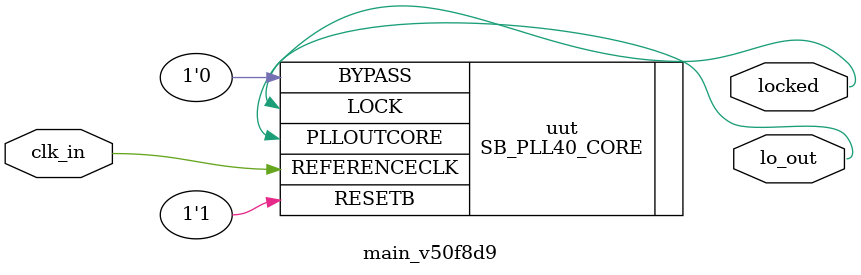
<source format=v>

`default_nettype none

module main (
 input vcfb121,
 output vb4d4a0,
 output [0:4] vinit
);
 wire w0;
 wire w1;
 wire w2;
 wire w3;
 wire w4;
 assign w0 = vcfb121;
 assign w2 = vcfb121;
 assign vb4d4a0 = w4;
 assign w2 = w0;
 v7ebc90 va0a00e (
  .v0e28cb(w1),
  .v3ca442(w3),
  .vcbab45(w4)
 );
 main_v7b37bf v7b37bf (
  .clk_in(w2),
  .sdr_out(w3)
 );
 main_v50f8d9 v50f8d9 (
  .clk_in(w0),
  .lo_out(w1)
 );
 assign vinit = 5'b00000;
endmodule

module v7ebc90 (
 input v0e28cb,
 input v3ca442,
 output vcbab45
);
 wire w0;
 wire w1;
 wire w2;
 assign w0 = v0e28cb;
 assign w1 = v3ca442;
 assign vcbab45 = w2;
 v7ebc90_vf4938a vf4938a (
  .a(w0),
  .b(w1),
  .c(w2)
 );
endmodule

module v7ebc90_vf4938a (
 input a,
 input b,
 output c
);
 // AND logic gate
 
 assign c = a & b;
endmodule

module main_v7b37bf (
 input clk_in,
 output sdr_out
);
 
     reg [7:0] sine_mags [1023:0];
     reg [15:0] counter=16'h0000;
     reg [0:31] msg = 32'b10101010111111110000000001010101;
     reg [15:0] fsk_baud_counter=16'd00000;
     initial begin
 sine_mags[0] = 8'h80;
 sine_mags[1] = 8'h80;
 sine_mags[2] = 8'h81;
 sine_mags[3] = 8'h82;
 sine_mags[4] = 8'h83;
 sine_mags[5] = 8'h83;
 sine_mags[6] = 8'h84;
 sine_mags[7] = 8'h85;
 sine_mags[8] = 8'h86;
 sine_mags[9] = 8'h87;
 sine_mags[10] = 8'h87;
 sine_mags[11] = 8'h88;
 sine_mags[12] = 8'h89;
 sine_mags[13] = 8'h8A;
 sine_mags[14] = 8'h8A;
 sine_mags[15] = 8'h8B;
 sine_mags[16] = 8'h8C;
 sine_mags[17] = 8'h8D;
 sine_mags[18] = 8'h8E;
 sine_mags[19] = 8'h8E;
 sine_mags[20] = 8'h8F;
 sine_mags[21] = 8'h90;
 sine_mags[22] = 8'h91;
 sine_mags[23] = 8'h91;
 sine_mags[24] = 8'h92;
 sine_mags[25] = 8'h93;
 sine_mags[26] = 8'h94;
 sine_mags[27] = 8'h95;
 sine_mags[28] = 8'h95;
 sine_mags[29] = 8'h96;
 sine_mags[30] = 8'h97;
 sine_mags[31] = 8'h98;
 sine_mags[32] = 8'h98;
 sine_mags[33] = 8'h99;
 sine_mags[34] = 8'h9A;
 sine_mags[35] = 8'h9B;
 sine_mags[36] = 8'h9B;
 sine_mags[37] = 8'h9C;
 sine_mags[38] = 8'h9D;
 sine_mags[39] = 8'h9E;
 sine_mags[40] = 8'h9F;
 sine_mags[41] = 8'h9F;
 sine_mags[42] = 8'hA0;
 sine_mags[43] = 8'hA1;
 sine_mags[44] = 8'hA2;
 sine_mags[45] = 8'hA2;
 sine_mags[46] = 8'hA3;
 sine_mags[47] = 8'hA4;
 sine_mags[48] = 8'hA5;
 sine_mags[49] = 8'hA5;
 sine_mags[50] = 8'hA6;
 sine_mags[51] = 8'hA7;
 sine_mags[52] = 8'hA8;
 sine_mags[53] = 8'hA8;
 sine_mags[54] = 8'hA9;
 sine_mags[55] = 8'hAA;
 sine_mags[56] = 8'hAA;
 sine_mags[57] = 8'hAB;
 sine_mags[58] = 8'hAC;
 sine_mags[59] = 8'hAD;
 sine_mags[60] = 8'hAD;
 sine_mags[61] = 8'hAE;
 sine_mags[62] = 8'hAF;
 sine_mags[63] = 8'hB0;
 sine_mags[64] = 8'hB0;
 sine_mags[65] = 8'hB1;
 sine_mags[66] = 8'hB2;
 sine_mags[67] = 8'hB2;
 sine_mags[68] = 8'hB3;
 sine_mags[69] = 8'hB4;
 sine_mags[70] = 8'hB5;
 sine_mags[71] = 8'hB5;
 sine_mags[72] = 8'hB6;
 sine_mags[73] = 8'hB7;
 sine_mags[74] = 8'hB7;
 sine_mags[75] = 8'hB8;
 sine_mags[76] = 8'hB9;
 sine_mags[77] = 8'hBA;
 sine_mags[78] = 8'hBA;
 sine_mags[79] = 8'hBB;
 sine_mags[80] = 8'hBC;
 sine_mags[81] = 8'hBC;
 sine_mags[82] = 8'hBD;
 sine_mags[83] = 8'hBE;
 sine_mags[84] = 8'hBE;
 sine_mags[85] = 8'hBF;
 sine_mags[86] = 8'hC0;
 sine_mags[87] = 8'hC0;
 sine_mags[88] = 8'hC1;
 sine_mags[89] = 8'hC2;
 sine_mags[90] = 8'hC2;
 sine_mags[91] = 8'hC3;
 sine_mags[92] = 8'hC4;
 sine_mags[93] = 8'hC4;
 sine_mags[94] = 8'hC5;
 sine_mags[95] = 8'hC6;
 sine_mags[96] = 8'hC6;
 sine_mags[97] = 8'hC7;
 sine_mags[98] = 8'hC8;
 sine_mags[99] = 8'hC8;
 sine_mags[100] = 8'hC9;
 sine_mags[101] = 8'hCA;
 sine_mags[102] = 8'hCA;
 sine_mags[103] = 8'hCB;
 sine_mags[104] = 8'hCC;
 sine_mags[105] = 8'hCC;
 sine_mags[106] = 8'hCD;
 sine_mags[107] = 8'hCD;
 sine_mags[108] = 8'hCE;
 sine_mags[109] = 8'hCF;
 sine_mags[110] = 8'hCF;
 sine_mags[111] = 8'hD0;
 sine_mags[112] = 8'hD0;
 sine_mags[113] = 8'hD1;
 sine_mags[114] = 8'hD2;
 sine_mags[115] = 8'hD2;
 sine_mags[116] = 8'hD3;
 sine_mags[117] = 8'hD3;
 sine_mags[118] = 8'hD4;
 sine_mags[119] = 8'hD5;
 sine_mags[120] = 8'hD5;
 sine_mags[121] = 8'hD6;
 sine_mags[122] = 8'hD6;
 sine_mags[123] = 8'hD7;
 sine_mags[124] = 8'hD7;
 sine_mags[125] = 8'hD8;
 sine_mags[126] = 8'hD9;
 sine_mags[127] = 8'hD9;
 sine_mags[128] = 8'hDA;
 sine_mags[129] = 8'hDA;
 sine_mags[130] = 8'hDB;
 sine_mags[131] = 8'hDB;
 sine_mags[132] = 8'hDC;
 sine_mags[133] = 8'hDC;
 sine_mags[134] = 8'hDD;
 sine_mags[135] = 8'hDE;
 sine_mags[136] = 8'hDE;
 sine_mags[137] = 8'hDF;
 sine_mags[138] = 8'hDF;
 sine_mags[139] = 8'hE0;
 sine_mags[140] = 8'hE0;
 sine_mags[141] = 8'hE1;
 sine_mags[142] = 8'hE1;
 sine_mags[143] = 8'hE2;
 sine_mags[144] = 8'hE2;
 sine_mags[145] = 8'hE3;
 sine_mags[146] = 8'hE3;
 sine_mags[147] = 8'hE4;
 sine_mags[148] = 8'hE4;
 sine_mags[149] = 8'hE5;
 sine_mags[150] = 8'hE5;
 sine_mags[151] = 8'hE6;
 sine_mags[152] = 8'hE6;
 sine_mags[153] = 8'hE6;
 sine_mags[154] = 8'hE7;
 sine_mags[155] = 8'hE7;
 sine_mags[156] = 8'hE8;
 sine_mags[157] = 8'hE8;
 sine_mags[158] = 8'hE9;
 sine_mags[159] = 8'hE9;
 sine_mags[160] = 8'hEA;
 sine_mags[161] = 8'hEA;
 sine_mags[162] = 8'hEA;
 sine_mags[163] = 8'hEB;
 sine_mags[164] = 8'hEB;
 sine_mags[165] = 8'hEC;
 sine_mags[166] = 8'hEC;
 sine_mags[167] = 8'hED;
 sine_mags[168] = 8'hED;
 sine_mags[169] = 8'hED;
 sine_mags[170] = 8'hEE;
 sine_mags[171] = 8'hEE;
 sine_mags[172] = 8'hEF;
 sine_mags[173] = 8'hEF;
 sine_mags[174] = 8'hEF;
 sine_mags[175] = 8'hF0;
 sine_mags[176] = 8'hF0;
 sine_mags[177] = 8'hF0;
 sine_mags[178] = 8'hF1;
 sine_mags[179] = 8'hF1;
 sine_mags[180] = 8'hF1;
 sine_mags[181] = 8'hF2;
 sine_mags[182] = 8'hF2;
 sine_mags[183] = 8'hF2;
 sine_mags[184] = 8'hF3;
 sine_mags[185] = 8'hF3;
 sine_mags[186] = 8'hF3;
 sine_mags[187] = 8'hF4;
 sine_mags[188] = 8'hF4;
 sine_mags[189] = 8'hF4;
 sine_mags[190] = 8'hF5;
 sine_mags[191] = 8'hF5;
 sine_mags[192] = 8'hF5;
 sine_mags[193] = 8'hF6;
 sine_mags[194] = 8'hF6;
 sine_mags[195] = 8'hF6;
 sine_mags[196] = 8'hF7;
 sine_mags[197] = 8'hF7;
 sine_mags[198] = 8'hF7;
 sine_mags[199] = 8'hF7;
 sine_mags[200] = 8'hF8;
 sine_mags[201] = 8'hF8;
 sine_mags[202] = 8'hF8;
 sine_mags[203] = 8'hF8;
 sine_mags[204] = 8'hF9;
 sine_mags[205] = 8'hF9;
 sine_mags[206] = 8'hF9;
 sine_mags[207] = 8'hF9;
 sine_mags[208] = 8'hFA;
 sine_mags[209] = 8'hFA;
 sine_mags[210] = 8'hFA;
 sine_mags[211] = 8'hFA;
 sine_mags[212] = 8'hFA;
 sine_mags[213] = 8'hFB;
 sine_mags[214] = 8'hFB;
 sine_mags[215] = 8'hFB;
 sine_mags[216] = 8'hFB;
 sine_mags[217] = 8'hFB;
 sine_mags[218] = 8'hFC;
 sine_mags[219] = 8'hFC;
 sine_mags[220] = 8'hFC;
 sine_mags[221] = 8'hFC;
 sine_mags[222] = 8'hFC;
 sine_mags[223] = 8'hFC;
 sine_mags[224] = 8'hFD;
 sine_mags[225] = 8'hFD;
 sine_mags[226] = 8'hFD;
 sine_mags[227] = 8'hFD;
 sine_mags[228] = 8'hFD;
 sine_mags[229] = 8'hFD;
 sine_mags[230] = 8'hFD;
 sine_mags[231] = 8'hFE;
 sine_mags[232] = 8'hFE;
 sine_mags[233] = 8'hFE;
 sine_mags[234] = 8'hFE;
 sine_mags[235] = 8'hFE;
 sine_mags[236] = 8'hFE;
 sine_mags[237] = 8'hFE;
 sine_mags[238] = 8'hFE;
 sine_mags[239] = 8'hFE;
 sine_mags[240] = 8'hFE;
 sine_mags[241] = 8'hFE;
 sine_mags[242] = 8'hFF;
 sine_mags[243] = 8'hFF;
 sine_mags[244] = 8'hFF;
 sine_mags[245] = 8'hFF;
 sine_mags[246] = 8'hFF;
 sine_mags[247] = 8'hFF;
 sine_mags[248] = 8'hFF;
 sine_mags[249] = 8'hFF;
 sine_mags[250] = 8'hFF;
 sine_mags[251] = 8'hFF;
 sine_mags[252] = 8'hFF;
 sine_mags[253] = 8'hFF;
 sine_mags[254] = 8'hFF;
 sine_mags[255] = 8'hFF;
 sine_mags[256] = 8'hFF;
 sine_mags[257] = 8'hFF;
 sine_mags[258] = 8'hFF;
 sine_mags[259] = 8'hFF;
 sine_mags[260] = 8'hFF;
 sine_mags[261] = 8'hFF;
 sine_mags[262] = 8'hFF;
 sine_mags[263] = 8'hFF;
 sine_mags[264] = 8'hFF;
 sine_mags[265] = 8'hFF;
 sine_mags[266] = 8'hFF;
 sine_mags[267] = 8'hFF;
 sine_mags[268] = 8'hFF;
 sine_mags[269] = 8'hFF;
 sine_mags[270] = 8'hFF;
 sine_mags[271] = 8'hFE;
 sine_mags[272] = 8'hFE;
 sine_mags[273] = 8'hFE;
 sine_mags[274] = 8'hFE;
 sine_mags[275] = 8'hFE;
 sine_mags[276] = 8'hFE;
 sine_mags[277] = 8'hFE;
 sine_mags[278] = 8'hFE;
 sine_mags[279] = 8'hFE;
 sine_mags[280] = 8'hFE;
 sine_mags[281] = 8'hFD;
 sine_mags[282] = 8'hFD;
 sine_mags[283] = 8'hFD;
 sine_mags[284] = 8'hFD;
 sine_mags[285] = 8'hFD;
 sine_mags[286] = 8'hFD;
 sine_mags[287] = 8'hFD;
 sine_mags[288] = 8'hFD;
 sine_mags[289] = 8'hFC;
 sine_mags[290] = 8'hFC;
 sine_mags[291] = 8'hFC;
 sine_mags[292] = 8'hFC;
 sine_mags[293] = 8'hFC;
 sine_mags[294] = 8'hFB;
 sine_mags[295] = 8'hFB;
 sine_mags[296] = 8'hFB;
 sine_mags[297] = 8'hFB;
 sine_mags[298] = 8'hFB;
 sine_mags[299] = 8'hFB;
 sine_mags[300] = 8'hFA;
 sine_mags[301] = 8'hFA;
 sine_mags[302] = 8'hFA;
 sine_mags[303] = 8'hFA;
 sine_mags[304] = 8'hF9;
 sine_mags[305] = 8'hF9;
 sine_mags[306] = 8'hF9;
 sine_mags[307] = 8'hF9;
 sine_mags[308] = 8'hF8;
 sine_mags[309] = 8'hF8;
 sine_mags[310] = 8'hF8;
 sine_mags[311] = 8'hF8;
 sine_mags[312] = 8'hF7;
 sine_mags[313] = 8'hF7;
 sine_mags[314] = 8'hF7;
 sine_mags[315] = 8'hF7;
 sine_mags[316] = 8'hF6;
 sine_mags[317] = 8'hF6;
 sine_mags[318] = 8'hF6;
 sine_mags[319] = 8'hF5;
 sine_mags[320] = 8'hF5;
 sine_mags[321] = 8'hF5;
 sine_mags[322] = 8'hF5;
 sine_mags[323] = 8'hF4;
 sine_mags[324] = 8'hF4;
 sine_mags[325] = 8'hF4;
 sine_mags[326] = 8'hF3;
 sine_mags[327] = 8'hF3;
 sine_mags[328] = 8'hF3;
 sine_mags[329] = 8'hF2;
 sine_mags[330] = 8'hF2;
 sine_mags[331] = 8'hF2;
 sine_mags[332] = 8'hF1;
 sine_mags[333] = 8'hF1;
 sine_mags[334] = 8'hF1;
 sine_mags[335] = 8'hF0;
 sine_mags[336] = 8'hF0;
 sine_mags[337] = 8'hEF;
 sine_mags[338] = 8'hEF;
 sine_mags[339] = 8'hEF;
 sine_mags[340] = 8'hEE;
 sine_mags[341] = 8'hEE;
 sine_mags[342] = 8'hEE;
 sine_mags[343] = 8'hED;
 sine_mags[344] = 8'hED;
 sine_mags[345] = 8'hEC;
 sine_mags[346] = 8'hEC;
 sine_mags[347] = 8'hEB;
 sine_mags[348] = 8'hEB;
 sine_mags[349] = 8'hEB;
 sine_mags[350] = 8'hEA;
 sine_mags[351] = 8'hEA;
 sine_mags[352] = 8'hE9;
 sine_mags[353] = 8'hE9;
 sine_mags[354] = 8'hE8;
 sine_mags[355] = 8'hE8;
 sine_mags[356] = 8'hE8;
 sine_mags[357] = 8'hE7;
 sine_mags[358] = 8'hE7;
 sine_mags[359] = 8'hE6;
 sine_mags[360] = 8'hE6;
 sine_mags[361] = 8'hE5;
 sine_mags[362] = 8'hE5;
 sine_mags[363] = 8'hE4;
 sine_mags[364] = 8'hE4;
 sine_mags[365] = 8'hE3;
 sine_mags[366] = 8'hE3;
 sine_mags[367] = 8'hE2;
 sine_mags[368] = 8'hE2;
 sine_mags[369] = 8'hE1;
 sine_mags[370] = 8'hE1;
 sine_mags[371] = 8'hE0;
 sine_mags[372] = 8'hE0;
 sine_mags[373] = 8'hDF;
 sine_mags[374] = 8'hDF;
 sine_mags[375] = 8'hDE;
 sine_mags[376] = 8'hDE;
 sine_mags[377] = 8'hDD;
 sine_mags[378] = 8'hDD;
 sine_mags[379] = 8'hDC;
 sine_mags[380] = 8'hDC;
 sine_mags[381] = 8'hDB;
 sine_mags[382] = 8'hDB;
 sine_mags[383] = 8'hDA;
 sine_mags[384] = 8'hD9;
 sine_mags[385] = 8'hD9;
 sine_mags[386] = 8'hD8;
 sine_mags[387] = 8'hD8;
 sine_mags[388] = 8'hD7;
 sine_mags[389] = 8'hD7;
 sine_mags[390] = 8'hD6;
 sine_mags[391] = 8'hD5;
 sine_mags[392] = 8'hD5;
 sine_mags[393] = 8'hD4;
 sine_mags[394] = 8'hD4;
 sine_mags[395] = 8'hD3;
 sine_mags[396] = 8'hD3;
 sine_mags[397] = 8'hD2;
 sine_mags[398] = 8'hD1;
 sine_mags[399] = 8'hD1;
 sine_mags[400] = 8'hD0;
 sine_mags[401] = 8'hD0;
 sine_mags[402] = 8'hCF;
 sine_mags[403] = 8'hCE;
 sine_mags[404] = 8'hCE;
 sine_mags[405] = 8'hCD;
 sine_mags[406] = 8'hCC;
 sine_mags[407] = 8'hCC;
 sine_mags[408] = 8'hCB;
 sine_mags[409] = 8'hCB;
 sine_mags[410] = 8'hCA;
 sine_mags[411] = 8'hC9;
 sine_mags[412] = 8'hC9;
 sine_mags[413] = 8'hC8;
 sine_mags[414] = 8'hC7;
 sine_mags[415] = 8'hC7;
 sine_mags[416] = 8'hC6;
 sine_mags[417] = 8'hC5;
 sine_mags[418] = 8'hC5;
 sine_mags[419] = 8'hC4;
 sine_mags[420] = 8'hC3;
 sine_mags[421] = 8'hC3;
 sine_mags[422] = 8'hC2;
 sine_mags[423] = 8'hC1;
 sine_mags[424] = 8'hC1;
 sine_mags[425] = 8'hC0;
 sine_mags[426] = 8'hBF;
 sine_mags[427] = 8'hBF;
 sine_mags[428] = 8'hBE;
 sine_mags[429] = 8'hBD;
 sine_mags[430] = 8'hBD;
 sine_mags[431] = 8'hBC;
 sine_mags[432] = 8'hBB;
 sine_mags[433] = 8'hBB;
 sine_mags[434] = 8'hBA;
 sine_mags[435] = 8'hB9;
 sine_mags[436] = 8'hB9;
 sine_mags[437] = 8'hB8;
 sine_mags[438] = 8'hB7;
 sine_mags[439] = 8'hB6;
 sine_mags[440] = 8'hB6;
 sine_mags[441] = 8'hB5;
 sine_mags[442] = 8'hB4;
 sine_mags[443] = 8'hB4;
 sine_mags[444] = 8'hB3;
 sine_mags[445] = 8'hB2;
 sine_mags[446] = 8'hB1;
 sine_mags[447] = 8'hB1;
 sine_mags[448] = 8'hB0;
 sine_mags[449] = 8'hAF;
 sine_mags[450] = 8'hAF;
 sine_mags[451] = 8'hAE;
 sine_mags[452] = 8'hAD;
 sine_mags[453] = 8'hAC;
 sine_mags[454] = 8'hAC;
 sine_mags[455] = 8'hAB;
 sine_mags[456] = 8'hAA;
 sine_mags[457] = 8'hA9;
 sine_mags[458] = 8'hA9;
 sine_mags[459] = 8'hA8;
 sine_mags[460] = 8'hA7;
 sine_mags[461] = 8'hA6;
 sine_mags[462] = 8'hA6;
 sine_mags[463] = 8'hA5;
 sine_mags[464] = 8'hA4;
 sine_mags[465] = 8'hA3;
 sine_mags[466] = 8'hA3;
 sine_mags[467] = 8'hA2;
 sine_mags[468] = 8'hA1;
 sine_mags[469] = 8'hA0;
 sine_mags[470] = 8'hA0;
 sine_mags[471] = 8'h9F;
 sine_mags[472] = 8'h9E;
 sine_mags[473] = 8'h9D;
 sine_mags[474] = 8'h9D;
 sine_mags[475] = 8'h9C;
 sine_mags[476] = 8'h9B;
 sine_mags[477] = 8'h9A;
 sine_mags[478] = 8'h9A;
 sine_mags[479] = 8'h99;
 sine_mags[480] = 8'h98;
 sine_mags[481] = 8'h97;
 sine_mags[482] = 8'h96;
 sine_mags[483] = 8'h96;
 sine_mags[484] = 8'h95;
 sine_mags[485] = 8'h94;
 sine_mags[486] = 8'h93;
 sine_mags[487] = 8'h93;
 sine_mags[488] = 8'h92;
 sine_mags[489] = 8'h91;
 sine_mags[490] = 8'h90;
 sine_mags[491] = 8'h90;
 sine_mags[492] = 8'h8F;
 sine_mags[493] = 8'h8E;
 sine_mags[494] = 8'h8D;
 sine_mags[495] = 8'h8C;
 sine_mags[496] = 8'h8C;
 sine_mags[497] = 8'h8B;
 sine_mags[498] = 8'h8A;
 sine_mags[499] = 8'h89;
 sine_mags[500] = 8'h88;
 sine_mags[501] = 8'h88;
 sine_mags[502] = 8'h87;
 sine_mags[503] = 8'h86;
 sine_mags[504] = 8'h85;
 sine_mags[505] = 8'h85;
 sine_mags[506] = 8'h84;
 sine_mags[507] = 8'h83;
 sine_mags[508] = 8'h82;
 sine_mags[509] = 8'h81;
 sine_mags[510] = 8'h81;
 sine_mags[511] = 8'h80;
 sine_mags[512] = 8'h7F;
 sine_mags[513] = 8'h7E;
 sine_mags[514] = 8'h7E;
 sine_mags[515] = 8'h7D;
 sine_mags[516] = 8'h7C;
 sine_mags[517] = 8'h7B;
 sine_mags[518] = 8'h7A;
 sine_mags[519] = 8'h7A;
 sine_mags[520] = 8'h79;
 sine_mags[521] = 8'h78;
 sine_mags[522] = 8'h77;
 sine_mags[523] = 8'h77;
 sine_mags[524] = 8'h76;
 sine_mags[525] = 8'h75;
 sine_mags[526] = 8'h74;
 sine_mags[527] = 8'h73;
 sine_mags[528] = 8'h73;
 sine_mags[529] = 8'h72;
 sine_mags[530] = 8'h71;
 sine_mags[531] = 8'h70;
 sine_mags[532] = 8'h6F;
 sine_mags[533] = 8'h6F;
 sine_mags[534] = 8'h6E;
 sine_mags[535] = 8'h6D;
 sine_mags[536] = 8'h6C;
 sine_mags[537] = 8'h6C;
 sine_mags[538] = 8'h6B;
 sine_mags[539] = 8'h6A;
 sine_mags[540] = 8'h69;
 sine_mags[541] = 8'h69;
 sine_mags[542] = 8'h68;
 sine_mags[543] = 8'h67;
 sine_mags[544] = 8'h66;
 sine_mags[545] = 8'h65;
 sine_mags[546] = 8'h65;
 sine_mags[547] = 8'h64;
 sine_mags[548] = 8'h63;
 sine_mags[549] = 8'h62;
 sine_mags[550] = 8'h62;
 sine_mags[551] = 8'h61;
 sine_mags[552] = 8'h60;
 sine_mags[553] = 8'h5F;
 sine_mags[554] = 8'h5F;
 sine_mags[555] = 8'h5E;
 sine_mags[556] = 8'h5D;
 sine_mags[557] = 8'h5C;
 sine_mags[558] = 8'h5C;
 sine_mags[559] = 8'h5B;
 sine_mags[560] = 8'h5A;
 sine_mags[561] = 8'h59;
 sine_mags[562] = 8'h59;
 sine_mags[563] = 8'h58;
 sine_mags[564] = 8'h57;
 sine_mags[565] = 8'h56;
 sine_mags[566] = 8'h56;
 sine_mags[567] = 8'h55;
 sine_mags[568] = 8'h54;
 sine_mags[569] = 8'h53;
 sine_mags[570] = 8'h53;
 sine_mags[571] = 8'h52;
 sine_mags[572] = 8'h51;
 sine_mags[573] = 8'h50;
 sine_mags[574] = 8'h50;
 sine_mags[575] = 8'h4F;
 sine_mags[576] = 8'h4E;
 sine_mags[577] = 8'h4E;
 sine_mags[578] = 8'h4D;
 sine_mags[579] = 8'h4C;
 sine_mags[580] = 8'h4B;
 sine_mags[581] = 8'h4B;
 sine_mags[582] = 8'h4A;
 sine_mags[583] = 8'h49;
 sine_mags[584] = 8'h49;
 sine_mags[585] = 8'h48;
 sine_mags[586] = 8'h47;
 sine_mags[587] = 8'h46;
 sine_mags[588] = 8'h46;
 sine_mags[589] = 8'h45;
 sine_mags[590] = 8'h44;
 sine_mags[591] = 8'h44;
 sine_mags[592] = 8'h43;
 sine_mags[593] = 8'h42;
 sine_mags[594] = 8'h42;
 sine_mags[595] = 8'h41;
 sine_mags[596] = 8'h40;
 sine_mags[597] = 8'h40;
 sine_mags[598] = 8'h3F;
 sine_mags[599] = 8'h3E;
 sine_mags[600] = 8'h3E;
 sine_mags[601] = 8'h3D;
 sine_mags[602] = 8'h3C;
 sine_mags[603] = 8'h3C;
 sine_mags[604] = 8'h3B;
 sine_mags[605] = 8'h3A;
 sine_mags[606] = 8'h3A;
 sine_mags[607] = 8'h39;
 sine_mags[608] = 8'h38;
 sine_mags[609] = 8'h38;
 sine_mags[610] = 8'h37;
 sine_mags[611] = 8'h36;
 sine_mags[612] = 8'h36;
 sine_mags[613] = 8'h35;
 sine_mags[614] = 8'h34;
 sine_mags[615] = 8'h34;
 sine_mags[616] = 8'h33;
 sine_mags[617] = 8'h33;
 sine_mags[618] = 8'h32;
 sine_mags[619] = 8'h31;
 sine_mags[620] = 8'h31;
 sine_mags[621] = 8'h30;
 sine_mags[622] = 8'h2F;
 sine_mags[623] = 8'h2F;
 sine_mags[624] = 8'h2E;
 sine_mags[625] = 8'h2E;
 sine_mags[626] = 8'h2D;
 sine_mags[627] = 8'h2C;
 sine_mags[628] = 8'h2C;
 sine_mags[629] = 8'h2B;
 sine_mags[630] = 8'h2B;
 sine_mags[631] = 8'h2A;
 sine_mags[632] = 8'h2A;
 sine_mags[633] = 8'h29;
 sine_mags[634] = 8'h28;
 sine_mags[635] = 8'h28;
 sine_mags[636] = 8'h27;
 sine_mags[637] = 8'h27;
 sine_mags[638] = 8'h26;
 sine_mags[639] = 8'h26;
 sine_mags[640] = 8'h25;
 sine_mags[641] = 8'h24;
 sine_mags[642] = 8'h24;
 sine_mags[643] = 8'h23;
 sine_mags[644] = 8'h23;
 sine_mags[645] = 8'h22;
 sine_mags[646] = 8'h22;
 sine_mags[647] = 8'h21;
 sine_mags[648] = 8'h21;
 sine_mags[649] = 8'h20;
 sine_mags[650] = 8'h20;
 sine_mags[651] = 8'h1F;
 sine_mags[652] = 8'h1F;
 sine_mags[653] = 8'h1E;
 sine_mags[654] = 8'h1E;
 sine_mags[655] = 8'h1D;
 sine_mags[656] = 8'h1D;
 sine_mags[657] = 8'h1C;
 sine_mags[658] = 8'h1C;
 sine_mags[659] = 8'h1B;
 sine_mags[660] = 8'h1B;
 sine_mags[661] = 8'h1A;
 sine_mags[662] = 8'h1A;
 sine_mags[663] = 8'h19;
 sine_mags[664] = 8'h19;
 sine_mags[665] = 8'h18;
 sine_mags[666] = 8'h18;
 sine_mags[667] = 8'h17;
 sine_mags[668] = 8'h17;
 sine_mags[669] = 8'h17;
 sine_mags[670] = 8'h16;
 sine_mags[671] = 8'h16;
 sine_mags[672] = 8'h15;
 sine_mags[673] = 8'h15;
 sine_mags[674] = 8'h14;
 sine_mags[675] = 8'h14;
 sine_mags[676] = 8'h14;
 sine_mags[677] = 8'h13;
 sine_mags[678] = 8'h13;
 sine_mags[679] = 8'h12;
 sine_mags[680] = 8'h12;
 sine_mags[681] = 8'h11;
 sine_mags[682] = 8'h11;
 sine_mags[683] = 8'h11;
 sine_mags[684] = 8'h10;
 sine_mags[685] = 8'h10;
 sine_mags[686] = 8'h10;
 sine_mags[687] = 8'h0F;
 sine_mags[688] = 8'h0F;
 sine_mags[689] = 8'h0E;
 sine_mags[690] = 8'h0E;
 sine_mags[691] = 8'h0E;
 sine_mags[692] = 8'h0D;
 sine_mags[693] = 8'h0D;
 sine_mags[694] = 8'h0D;
 sine_mags[695] = 8'h0C;
 sine_mags[696] = 8'h0C;
 sine_mags[697] = 8'h0C;
 sine_mags[698] = 8'h0B;
 sine_mags[699] = 8'h0B;
 sine_mags[700] = 8'h0B;
 sine_mags[701] = 8'h0A;
 sine_mags[702] = 8'h0A;
 sine_mags[703] = 8'h0A;
 sine_mags[704] = 8'h0A;
 sine_mags[705] = 8'h09;
 sine_mags[706] = 8'h09;
 sine_mags[707] = 8'h09;
 sine_mags[708] = 8'h08;
 sine_mags[709] = 8'h08;
 sine_mags[710] = 8'h08;
 sine_mags[711] = 8'h08;
 sine_mags[712] = 8'h07;
 sine_mags[713] = 8'h07;
 sine_mags[714] = 8'h07;
 sine_mags[715] = 8'h07;
 sine_mags[716] = 8'h06;
 sine_mags[717] = 8'h06;
 sine_mags[718] = 8'h06;
 sine_mags[719] = 8'h06;
 sine_mags[720] = 8'h05;
 sine_mags[721] = 8'h05;
 sine_mags[722] = 8'h05;
 sine_mags[723] = 8'h05;
 sine_mags[724] = 8'h04;
 sine_mags[725] = 8'h04;
 sine_mags[726] = 8'h04;
 sine_mags[727] = 8'h04;
 sine_mags[728] = 8'h04;
 sine_mags[729] = 8'h04;
 sine_mags[730] = 8'h03;
 sine_mags[731] = 8'h03;
 sine_mags[732] = 8'h03;
 sine_mags[733] = 8'h03;
 sine_mags[734] = 8'h03;
 sine_mags[735] = 8'h02;
 sine_mags[736] = 8'h02;
 sine_mags[737] = 8'h02;
 sine_mags[738] = 8'h02;
 sine_mags[739] = 8'h02;
 sine_mags[740] = 8'h02;
 sine_mags[741] = 8'h02;
 sine_mags[742] = 8'h02;
 sine_mags[743] = 8'h01;
 sine_mags[744] = 8'h01;
 sine_mags[745] = 8'h01;
 sine_mags[746] = 8'h01;
 sine_mags[747] = 8'h01;
 sine_mags[748] = 8'h01;
 sine_mags[749] = 8'h01;
 sine_mags[750] = 8'h01;
 sine_mags[751] = 8'h01;
 sine_mags[752] = 8'h01;
 sine_mags[753] = 8'h00;
 sine_mags[754] = 8'h00;
 sine_mags[755] = 8'h00;
 sine_mags[756] = 8'h00;
 sine_mags[757] = 8'h00;
 sine_mags[758] = 8'h00;
 sine_mags[759] = 8'h00;
 sine_mags[760] = 8'h00;
 sine_mags[761] = 8'h00;
 sine_mags[762] = 8'h00;
 sine_mags[763] = 8'h00;
 sine_mags[764] = 8'h00;
 sine_mags[765] = 8'h00;
 sine_mags[766] = 8'h00;
 sine_mags[767] = 8'h00;
 sine_mags[768] = 8'h00;
 sine_mags[769] = 8'h00;
 sine_mags[770] = 8'h00;
 sine_mags[771] = 8'h00;
 sine_mags[772] = 8'h00;
 sine_mags[773] = 8'h00;
 sine_mags[774] = 8'h00;
 sine_mags[775] = 8'h00;
 sine_mags[776] = 8'h00;
 sine_mags[777] = 8'h00;
 sine_mags[778] = 8'h00;
 sine_mags[779] = 8'h00;
 sine_mags[780] = 8'h00;
 sine_mags[781] = 8'h00;
 sine_mags[782] = 8'h01;
 sine_mags[783] = 8'h01;
 sine_mags[784] = 8'h01;
 sine_mags[785] = 8'h01;
 sine_mags[786] = 8'h01;
 sine_mags[787] = 8'h01;
 sine_mags[788] = 8'h01;
 sine_mags[789] = 8'h01;
 sine_mags[790] = 8'h01;
 sine_mags[791] = 8'h01;
 sine_mags[792] = 8'h01;
 sine_mags[793] = 8'h02;
 sine_mags[794] = 8'h02;
 sine_mags[795] = 8'h02;
 sine_mags[796] = 8'h02;
 sine_mags[797] = 8'h02;
 sine_mags[798] = 8'h02;
 sine_mags[799] = 8'h02;
 sine_mags[800] = 8'h03;
 sine_mags[801] = 8'h03;
 sine_mags[802] = 8'h03;
 sine_mags[803] = 8'h03;
 sine_mags[804] = 8'h03;
 sine_mags[805] = 8'h03;
 sine_mags[806] = 8'h04;
 sine_mags[807] = 8'h04;
 sine_mags[808] = 8'h04;
 sine_mags[809] = 8'h04;
 sine_mags[810] = 8'h04;
 sine_mags[811] = 8'h05;
 sine_mags[812] = 8'h05;
 sine_mags[813] = 8'h05;
 sine_mags[814] = 8'h05;
 sine_mags[815] = 8'h05;
 sine_mags[816] = 8'h06;
 sine_mags[817] = 8'h06;
 sine_mags[818] = 8'h06;
 sine_mags[819] = 8'h06;
 sine_mags[820] = 8'h07;
 sine_mags[821] = 8'h07;
 sine_mags[822] = 8'h07;
 sine_mags[823] = 8'h07;
 sine_mags[824] = 8'h08;
 sine_mags[825] = 8'h08;
 sine_mags[826] = 8'h08;
 sine_mags[827] = 8'h08;
 sine_mags[828] = 8'h09;
 sine_mags[829] = 8'h09;
 sine_mags[830] = 8'h09;
 sine_mags[831] = 8'h0A;
 sine_mags[832] = 8'h0A;
 sine_mags[833] = 8'h0A;
 sine_mags[834] = 8'h0B;
 sine_mags[835] = 8'h0B;
 sine_mags[836] = 8'h0B;
 sine_mags[837] = 8'h0C;
 sine_mags[838] = 8'h0C;
 sine_mags[839] = 8'h0C;
 sine_mags[840] = 8'h0D;
 sine_mags[841] = 8'h0D;
 sine_mags[842] = 8'h0D;
 sine_mags[843] = 8'h0E;
 sine_mags[844] = 8'h0E;
 sine_mags[845] = 8'h0E;
 sine_mags[846] = 8'h0F;
 sine_mags[847] = 8'h0F;
 sine_mags[848] = 8'h0F;
 sine_mags[849] = 8'h10;
 sine_mags[850] = 8'h10;
 sine_mags[851] = 8'h10;
 sine_mags[852] = 8'h11;
 sine_mags[853] = 8'h11;
 sine_mags[854] = 8'h12;
 sine_mags[855] = 8'h12;
 sine_mags[856] = 8'h12;
 sine_mags[857] = 8'h13;
 sine_mags[858] = 8'h13;
 sine_mags[859] = 8'h14;
 sine_mags[860] = 8'h14;
 sine_mags[861] = 8'h15;
 sine_mags[862] = 8'h15;
 sine_mags[863] = 8'h15;
 sine_mags[864] = 8'h16;
 sine_mags[865] = 8'h16;
 sine_mags[866] = 8'h17;
 sine_mags[867] = 8'h17;
 sine_mags[868] = 8'h18;
 sine_mags[869] = 8'h18;
 sine_mags[870] = 8'h19;
 sine_mags[871] = 8'h19;
 sine_mags[872] = 8'h19;
 sine_mags[873] = 8'h1A;
 sine_mags[874] = 8'h1A;
 sine_mags[875] = 8'h1B;
 sine_mags[876] = 8'h1B;
 sine_mags[877] = 8'h1C;
 sine_mags[878] = 8'h1C;
 sine_mags[879] = 8'h1D;
 sine_mags[880] = 8'h1D;
 sine_mags[881] = 8'h1E;
 sine_mags[882] = 8'h1E;
 sine_mags[883] = 8'h1F;
 sine_mags[884] = 8'h1F;
 sine_mags[885] = 8'h20;
 sine_mags[886] = 8'h20;
 sine_mags[887] = 8'h21;
 sine_mags[888] = 8'h21;
 sine_mags[889] = 8'h22;
 sine_mags[890] = 8'h23;
 sine_mags[891] = 8'h23;
 sine_mags[892] = 8'h24;
 sine_mags[893] = 8'h24;
 sine_mags[894] = 8'h25;
 sine_mags[895] = 8'h25;
 sine_mags[896] = 8'h26;
 sine_mags[897] = 8'h26;
 sine_mags[898] = 8'h27;
 sine_mags[899] = 8'h28;
 sine_mags[900] = 8'h28;
 sine_mags[901] = 8'h29;
 sine_mags[902] = 8'h29;
 sine_mags[903] = 8'h2A;
 sine_mags[904] = 8'h2A;
 sine_mags[905] = 8'h2B;
 sine_mags[906] = 8'h2C;
 sine_mags[907] = 8'h2C;
 sine_mags[908] = 8'h2D;
 sine_mags[909] = 8'h2D;
 sine_mags[910] = 8'h2E;
 sine_mags[911] = 8'h2F;
 sine_mags[912] = 8'h2F;
 sine_mags[913] = 8'h30;
 sine_mags[914] = 8'h30;
 sine_mags[915] = 8'h31;
 sine_mags[916] = 8'h32;
 sine_mags[917] = 8'h32;
 sine_mags[918] = 8'h33;
 sine_mags[919] = 8'h33;
 sine_mags[920] = 8'h34;
 sine_mags[921] = 8'h35;
 sine_mags[922] = 8'h35;
 sine_mags[923] = 8'h36;
 sine_mags[924] = 8'h37;
 sine_mags[925] = 8'h37;
 sine_mags[926] = 8'h38;
 sine_mags[927] = 8'h39;
 sine_mags[928] = 8'h39;
 sine_mags[929] = 8'h3A;
 sine_mags[930] = 8'h3B;
 sine_mags[931] = 8'h3B;
 sine_mags[932] = 8'h3C;
 sine_mags[933] = 8'h3D;
 sine_mags[934] = 8'h3D;
 sine_mags[935] = 8'h3E;
 sine_mags[936] = 8'h3F;
 sine_mags[937] = 8'h3F;
 sine_mags[938] = 8'h40;
 sine_mags[939] = 8'h41;
 sine_mags[940] = 8'h41;
 sine_mags[941] = 8'h42;
 sine_mags[942] = 8'h43;
 sine_mags[943] = 8'h43;
 sine_mags[944] = 8'h44;
 sine_mags[945] = 8'h45;
 sine_mags[946] = 8'h45;
 sine_mags[947] = 8'h46;
 sine_mags[948] = 8'h47;
 sine_mags[949] = 8'h48;
 sine_mags[950] = 8'h48;
 sine_mags[951] = 8'h49;
 sine_mags[952] = 8'h4A;
 sine_mags[953] = 8'h4A;
 sine_mags[954] = 8'h4B;
 sine_mags[955] = 8'h4C;
 sine_mags[956] = 8'h4D;
 sine_mags[957] = 8'h4D;
 sine_mags[958] = 8'h4E;
 sine_mags[959] = 8'h4F;
 sine_mags[960] = 8'h4F;
 sine_mags[961] = 8'h50;
 sine_mags[962] = 8'h51;
 sine_mags[963] = 8'h52;
 sine_mags[964] = 8'h52;
 sine_mags[965] = 8'h53;
 sine_mags[966] = 8'h54;
 sine_mags[967] = 8'h55;
 sine_mags[968] = 8'h55;
 sine_mags[969] = 8'h56;
 sine_mags[970] = 8'h57;
 sine_mags[971] = 8'h57;
 sine_mags[972] = 8'h58;
 sine_mags[973] = 8'h59;
 sine_mags[974] = 8'h5A;
 sine_mags[975] = 8'h5A;
 sine_mags[976] = 8'h5B;
 sine_mags[977] = 8'h5C;
 sine_mags[978] = 8'h5D;
 sine_mags[979] = 8'h5D;
 sine_mags[980] = 8'h5E;
 sine_mags[981] = 8'h5F;
 sine_mags[982] = 8'h60;
 sine_mags[983] = 8'h60;
 sine_mags[984] = 8'h61;
 sine_mags[985] = 8'h62;
 sine_mags[986] = 8'h63;
 sine_mags[987] = 8'h64;
 sine_mags[988] = 8'h64;
 sine_mags[989] = 8'h65;
 sine_mags[990] = 8'h66;
 sine_mags[991] = 8'h67;
 sine_mags[992] = 8'h67;
 sine_mags[993] = 8'h68;
 sine_mags[994] = 8'h69;
 sine_mags[995] = 8'h6A;
 sine_mags[996] = 8'h6A;
 sine_mags[997] = 8'h6B;
 sine_mags[998] = 8'h6C;
 sine_mags[999] = 8'h6D;
 sine_mags[1000] = 8'h6E;
 sine_mags[1001] = 8'h6E;
 sine_mags[1002] = 8'h6F;
 sine_mags[1003] = 8'h70;
 sine_mags[1004] = 8'h71;
 sine_mags[1005] = 8'h71;
 sine_mags[1006] = 8'h72;
 sine_mags[1007] = 8'h73;
 sine_mags[1008] = 8'h74;
 sine_mags[1009] = 8'h75;
 sine_mags[1010] = 8'h75;
 sine_mags[1011] = 8'h76;
 sine_mags[1012] = 8'h77;
 sine_mags[1013] = 8'h78;
 sine_mags[1014] = 8'h78;
 sine_mags[1015] = 8'h79;
 sine_mags[1016] = 8'h7A;
 sine_mags[1017] = 8'h7B;
 sine_mags[1018] = 8'h7C;
 sine_mags[1019] = 8'h7C;
 sine_mags[1020] = 8'h7D;
 sine_mags[1021] = 8'h7E;
 sine_mags[1022] = 8'h7F;
     end
     reg [15:0] increment=16'h01;
     reg current_state=0;
     reg [7:0] current_sine=8'h00;
     reg negative=1;
     reg last_state=0;
     reg [7:0] magcounter=8'h00;
     reg [7:0] msg_idx=8'h00;
     integer i=0;
     always @ (posedge clk_in) begin
         fsk_baud_counter<=fsk_baud_counter+1;
         if (fsk_baud_counter >= 16'd40000) begin
             fsk_baud_counter <= 16'd00000;
             if (msg_idx <=  8'h1F) begin
                 msg_idx <= msg_idx + 1;
             end else begin
                 msg_idx <= 8'h0;
             end
             if (msg[msg_idx]==0) begin
                 increment <= 16'd35;
             end else begin
                 increment <= 16'd38;
             end
             
 
         end
         if (counter>((16'd1023)-increment)) begin
             counter <= (counter+increment)-16'd1023;
         end else begin
             counter <= counter+increment;
         end
         if (sine_mags[counter]>8'h80) begin
             negative <= 1;
             current_sine <= (9'h100-sine_mags[counter])>>3;
         end else begin
             negative <= 0;
             current_sine <= (sine_mags[counter])>>3;
         end
         current_state <= !current_state;
     end
     always @ (*) begin
         if (current_state != last_state) begin
             if (negative==1) begin
                 magcounter = 8'h00;
                 for (i=0; i<32; i=i+1) begin
                     if (magcounter < current_sine) begin
                         sdr_out = 0;
                     end else begin
                         sdr_out = 1;
                     end
                     magcounter=magcounter+8'h01;
                 end
                 
             end
             else if (negative==0) begin
                 magcounter = 8'h00;
                     for (i=0; i<32; i=i+1) begin
                         if (magcounter < current_sine) begin
                             sdr_out = 1;
                         end else begin
                             sdr_out = 0;
                         end
                         magcounter=magcounter+8'h01;
                     end
                 
             end  
         end
     end
 
endmodule

module main_v50f8d9 (
 input clk_in,
 output lo_out,
 output locked
);
 /**
  * PLL configuration
  *
  * This Verilog module was generated automatically
  * using the icepll tool from the IceStorm project.
  * Use at your own risk.
  *
  * Given input frequency:        12.000 MHz
  * Requested output frequency:  147.000 MHz
  * Achieved output frequency:   147.000 MHz
  */
 
 
 
 SB_PLL40_CORE #(
                 .FEEDBACK_PATH("SIMPLE"),
                 .DIVR(4'b0000),         // DIVR =  0
                 .DIVF(7'b0110000),      // DIVF = 47
                 .DIVQ(3'b010),          // DIVQ =  2
                 .FILTER_RANGE(3'b001)   // FILTER_RANGE = 1
         ) uut (
                 .LOCK(locked),
                 .RESETB(1'b1),
                 .BYPASS(1'b0),
                 .REFERENCECLK(clk_in),
                 .PLLOUTCORE(lo_out)
                 );
 
 
endmodule

</source>
